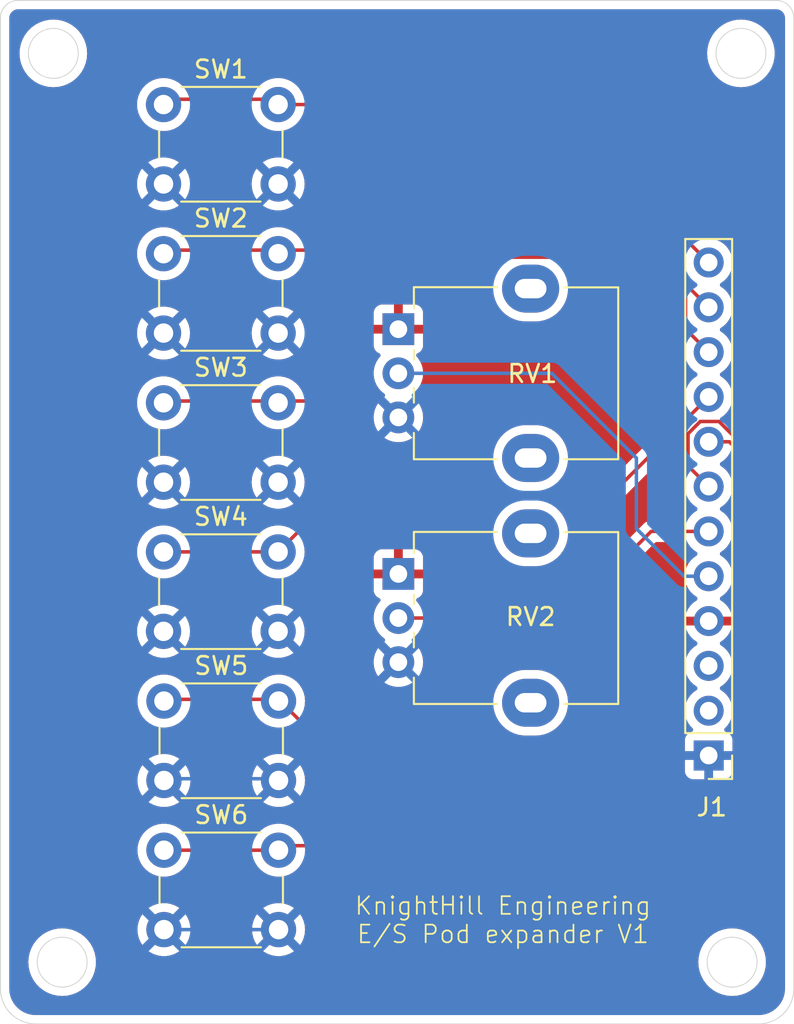
<source format=kicad_pcb>
(kicad_pcb (version 20221018) (generator pcbnew)
  (layers (0 "F.Cu" signal) (31 "B.Cu" signal) (34 "B.Paste" user) (35 "F.Paste" user) (36 "B.SilkS" user "B.Silkscreen") (37 "F.SilkS" user "F.Silkscreen") (38 "B.Mask" user) (39 "F.Mask" user) (44 "Edge.Cuts" user))
  (net 0 "")
  (net 1 "GND")
  (net 2 "/VIN")
  (net 3 "VDD")
  (net 4 "VDDA")
  (net 5 "/A1{slash}D16")
  (net 6 "/A7{slash}D22")
  (net 7 "/D12")
  (net 8 "/D11")
  (net 9 "/D10")
  (net 10 "/D9")
  (net 11 "/D8")
  (net 12 "/D7")
  (footprint "Potentiometer_THT:Potentiometer_Alpha_RD901F-40-00D_Single_Vertical" (layer "F.Cu") (at 82.57 72.5)
    (fp_text reference "RV2" (at 7.5 2.43 180) (layer "F.SilkS"))
    (fp_text value "10k")
    (fp_line (start 0.88 -2.38) (end 5.6 -2.38) (stroke (width 0.12)) (layer "F.SilkS"))
    (fp_line (start 0.88 -1.19) (end 0.88 -2.37) (stroke (width 0.12)) (layer "F.SilkS"))
    (fp_line (start 0.88 1.71) (end 0.88 1.18) (stroke (width 0.12)) (layer "F.SilkS"))
    (fp_line (start 0.88 4.16) (end 0.88 3.33) (stroke (width 0.12)) (layer "F.SilkS"))
    (fp_line (start 0.88 7.37) (end 0.88 5.88) (stroke (width 0.12)) (layer "F.SilkS"))
    (fp_line (start 0.88 7.37) (end 5.6 7.37) (stroke (width 0.12)) (layer "F.SilkS"))
    (fp_line (start 9.41 -2.37) (end 12.47 -2.37) (stroke (width 0.12)) (layer "F.SilkS"))
    (fp_line (start 9.41 7.37) (end 12.47 7.37) (stroke (width 0.12)) (layer "F.SilkS"))
    (fp_line (start 12.47 7.37) (end 12.47 -2.37) (stroke (width 0.12)) (layer "F.SilkS"))
    (pad "" thru_hole oval (at 7.5 -2.3 90) (size 2.72 3.24) (drill oval 1.1 1.8) (layers "*.Cu" "*.Mask"))
    (pad "" thru_hole oval (at 7.5 7.3 90) (size 2.72 3.24) (drill oval 1.1 1.8) (layers "*.Cu" "*.Mask"))
    (pad "1" thru_hole rect (at 0 0 90) (size 1.8 1.8) (drill 1) (layers "*.Cu" "*.Mask") (net 4 "VDDA"))
    (pad "2" thru_hole circle (at 0 2.5 90) (size 1.8 1.8) (drill 1) (layers "*.Cu" "*.Mask") (net 6 "/A7{slash}D22"))
    (pad "3" thru_hole circle (at 0 5 90) (size 1.8 1.8) (drill 1) (layers "*.Cu" "*.Mask") (net 1 "GND"))
  )
  (footprint "Button_Switch_THT:SW_PUSH_6mm" (layer "F.Cu") (at 69.25 54.351222)
    (fp_text reference "SW2" (at 3.25 -2) (layer "F.SilkS"))
    (fp_text value "SW_Push")
    (fp_line (start -0.25 1.5) (end -0.25 3) (stroke (width 0.12)) (layer "F.SilkS"))
    (fp_line (start 1 5.5) (end 5.5 5.5) (stroke (width 0.12)) (layer "F.SilkS"))
    (fp_line (start 5.5 -1) (end 1 -1) (stroke (width 0.12)) (layer "F.SilkS"))
    (fp_line (start 6.75 3) (end 6.75 1.5) (stroke (width 0.12)) (layer "F.SilkS"))
    (pad "1" thru_hole circle (at 0 0 90) (size 2 2) (drill 1.1) (layers "*.Cu" "*.Mask") (net 11 "/D8"))
    (pad "1" thru_hole circle (at 6.5 0 90) (size 2 2) (drill 1.1) (layers "*.Cu" "*.Mask") (net 11 "/D8"))
    (pad "2" thru_hole circle (at 0 4.5 90) (size 2 2) (drill 1.1) (layers "*.Cu" "*.Mask") (net 1 "GND"))
    (pad "2" thru_hole circle (at 6.5 4.5 90) (size 2 2) (drill 1.1) (layers "*.Cu" "*.Mask") (net 1 "GND"))
  )
  (footprint "Button_Switch_THT:SW_PUSH_6mm" (layer "F.Cu") (at 69.273315 88.156111)
    (fp_text reference "SW6" (at 3.25 -2) (layer "F.SilkS"))
    (fp_text value "SW_Push")
    (fp_line (start -0.25 1.5) (end -0.25 3) (stroke (width 0.12)) (layer "F.SilkS"))
    (fp_line (start 1 5.5) (end 5.5 5.5) (stroke (width 0.12)) (layer "F.SilkS"))
    (fp_line (start 5.5 -1) (end 1 -1) (stroke (width 0.12)) (layer "F.SilkS"))
    (fp_line (start 6.75 3) (end 6.75 1.5) (stroke (width 0.12)) (layer "F.SilkS"))
    (pad "1" thru_hole circle (at 0 0 90) (size 2 2) (drill 1.1) (layers "*.Cu" "*.Mask") (net 7 "/D12"))
    (pad "1" thru_hole circle (at 6.5 0 90) (size 2 2) (drill 1.1) (layers "*.Cu" "*.Mask") (net 7 "/D12"))
    (pad "2" thru_hole circle (at 0 4.5 90) (size 2 2) (drill 1.1) (layers "*.Cu" "*.Mask") (net 1 "GND"))
    (pad "2" thru_hole circle (at 6.5 4.5 90) (size 2 2) (drill 1.1) (layers "*.Cu" "*.Mask") (net 1 "GND"))
  )
  (footprint "Connector_PinHeader_2.54mm:PinHeader_1x12_P2.54mm_Vertical" (layer "F.Cu") (at 100.17 82.79 180)
    (fp_text reference "J1" (at -0.173895 -2.931512) (layer "F.SilkS"))
    (fp_text value "POD")
    (fp_line (start -1.33 -1.33) (end 0 -1.33) (stroke (width 0.12)) (layer "F.SilkS"))
    (fp_line (start -1.33 0) (end -1.33 -1.33) (stroke (width 0.12)) (layer "F.SilkS"))
    (fp_line (start -1.33 1.27) (end -1.33 29.27) (stroke (width 0.12)) (layer "F.SilkS"))
    (fp_line (start -1.33 1.27) (end 1.33 1.27) (stroke (width 0.12)) (layer "F.SilkS"))
    (fp_line (start -1.33 29.27) (end 1.33 29.27) (stroke (width 0.12)) (layer "F.SilkS"))
    (fp_line (start 1.33 1.27) (end 1.33 29.27) (stroke (width 0.12)) (layer "F.SilkS"))
    (pad "1" thru_hole rect (at 0 0 180) (size 1.7 1.7) (drill 1) (layers "*.Cu" "*.Mask") (net 1 "GND"))
    (pad "2" thru_hole oval (at 0 2.54 180) (size 1.7 1.7) (drill 1) (layers "*.Cu" "*.Mask") (net 2 "/VIN"))
    (pad "3" thru_hole oval (at 0 5.08 180) (size 1.7 1.7) (drill 1) (layers "*.Cu" "*.Mask") (net 3 "VDD"))
    (pad "4" thru_hole oval (at 0 7.62 180) (size 1.7 1.7) (drill 1) (layers "*.Cu" "*.Mask") (net 4 "VDDA"))
    (pad "5" thru_hole oval (at 0 10.16 180) (size 1.7 1.7) (drill 1) (layers "*.Cu" "*.Mask") (net 5 "/A1{slash}D16"))
    (pad "6" thru_hole oval (at 0 12.7 180) (size 1.7 1.7) (drill 1) (layers "*.Cu" "*.Mask") (net 6 "/A7{slash}D22"))
    (pad "7" thru_hole oval (at 0 15.24 180) (size 1.7 1.7) (drill 1) (layers "*.Cu" "*.Mask") (net 7 "/D12"))
    (pad "8" thru_hole oval (at 0 17.78 180) (size 1.7 1.7) (drill 1) (layers "*.Cu" "*.Mask") (net 8 "/D11"))
    (pad "9" thru_hole oval (at 0 20.32 180) (size 1.7 1.7) (drill 1) (layers "*.Cu" "*.Mask") (net 9 "/D10"))
    (pad "10" thru_hole oval (at 0 22.86 180) (size 1.7 1.7) (drill 1) (layers "*.Cu" "*.Mask") (net 10 "/D9"))
    (pad "11" thru_hole oval (at 0 25.4 180) (size 1.7 1.7) (drill 1) (layers "*.Cu" "*.Mask") (net 11 "/D8"))
    (pad "12" thru_hole oval (at 0 27.94 180) (size 1.7 1.7) (drill 1) (layers "*.Cu" "*.Mask") (net 12 "/D7"))
  )
  (footprint "Button_Switch_THT:SW_PUSH_6mm" (layer "F.Cu") (at 69.25 45.9)
    (fp_text reference "SW1" (at 3.25 -2) (layer "F.SilkS"))
    (fp_text value "SW_Push")
    (fp_line (start -0.25 1.5) (end -0.25 3) (stroke (width 0.12)) (layer "F.SilkS"))
    (fp_line (start 1 5.5) (end 5.5 5.5) (stroke (width 0.12)) (layer "F.SilkS"))
    (fp_line (start 5.5 -1) (end 1 -1) (stroke (width 0.12)) (layer "F.SilkS"))
    (fp_line (start 6.75 3) (end 6.75 1.5) (stroke (width 0.12)) (layer "F.SilkS"))
    (pad "1" thru_hole circle (at 0 0 90) (size 2 2) (drill 1.1) (layers "*.Cu" "*.Mask") (net 12 "/D7"))
    (pad "1" thru_hole circle (at 6.5 0 90) (size 2 2) (drill 1.1) (layers "*.Cu" "*.Mask") (net 12 "/D7"))
    (pad "2" thru_hole circle (at 0 4.5 90) (size 2 2) (drill 1.1) (layers "*.Cu" "*.Mask") (net 1 "GND"))
    (pad "2" thru_hole circle (at 6.5 4.5 90) (size 2 2) (drill 1.1) (layers "*.Cu" "*.Mask") (net 1 "GND"))
  )
  (footprint "Button_Switch_THT:SW_PUSH_6mm" (layer "F.Cu") (at 69.273315 79.704888)
    (fp_text reference "SW5" (at 3.25 -2) (layer "F.SilkS"))
    (fp_text value "SW_Push")
    (fp_line (start -0.25 1.5) (end -0.25 3) (stroke (width 0.12)) (layer "F.SilkS"))
    (fp_line (start 1 5.5) (end 5.5 5.5) (stroke (width 0.12)) (layer "F.SilkS"))
    (fp_line (start 5.5 -1) (end 1 -1) (stroke (width 0.12)) (layer "F.SilkS"))
    (fp_line (start 6.75 3) (end 6.75 1.5) (stroke (width 0.12)) (layer "F.SilkS"))
    (pad "1" thru_hole circle (at 0 0 90) (size 2 2) (drill 1.1) (layers "*.Cu" "*.Mask") (net 8 "/D11"))
    (pad "1" thru_hole circle (at 6.5 0 90) (size 2 2) (drill 1.1) (layers "*.Cu" "*.Mask") (net 8 "/D11"))
    (pad "2" thru_hole circle (at 0 4.5 90) (size 2 2) (drill 1.1) (layers "*.Cu" "*.Mask") (net 1 "GND"))
    (pad "2" thru_hole circle (at 6.5 4.5 90) (size 2 2) (drill 1.1) (layers "*.Cu" "*.Mask") (net 1 "GND"))
  )
  (footprint "Button_Switch_THT:SW_PUSH_6mm" (layer "F.Cu") (at 69.25 62.802444)
    (fp_text reference "SW3" (at 3.25 -2) (layer "F.SilkS"))
    (fp_text value "SW_Push")
    (fp_line (start -0.25 1.5) (end -0.25 3) (stroke (width 0.12)) (layer "F.SilkS"))
    (fp_line (start 1 5.5) (end 5.5 5.5) (stroke (width 0.12)) (layer "F.SilkS"))
    (fp_line (start 5.5 -1) (end 1 -1) (stroke (width 0.12)) (layer "F.SilkS"))
    (fp_line (start 6.75 3) (end 6.75 1.5) (stroke (width 0.12)) (layer "F.SilkS"))
    (pad "1" thru_hole circle (at 0 0 90) (size 2 2) (drill 1.1) (layers "*.Cu" "*.Mask") (net 10 "/D9"))
    (pad "1" thru_hole circle (at 6.5 0 90) (size 2 2) (drill 1.1) (layers "*.Cu" "*.Mask") (net 10 "/D9"))
    (pad "2" thru_hole circle (at 0 4.5 90) (size 2 2) (drill 1.1) (layers "*.Cu" "*.Mask") (net 1 "GND"))
    (pad "2" thru_hole circle (at 6.5 4.5 90) (size 2 2) (drill 1.1) (layers "*.Cu" "*.Mask") (net 1 "GND"))
  )
  (footprint "Potentiometer_THT:Potentiometer_Alpha_RD901F-40-00D_Single_Vertical" (layer "F.Cu") (at 82.57 58.63)
    (fp_text reference "RV1" (at 7.601907 2.525407 180) (layer "F.SilkS"))
    (fp_text value "10k")
    (fp_line (start 0.88 -2.38) (end 5.6 -2.38) (stroke (width 0.12)) (layer "F.SilkS"))
    (fp_line (start 0.88 -1.19) (end 0.88 -2.37) (stroke (width 0.12)) (layer "F.SilkS"))
    (fp_line (start 0.88 1.71) (end 0.88 1.18) (stroke (width 0.12)) (layer "F.SilkS"))
    (fp_line (start 0.88 4.16) (end 0.88 3.33) (stroke (width 0.12)) (layer "F.SilkS"))
    (fp_line (start 0.88 7.37) (end 0.88 5.88) (stroke (width 0.12)) (layer "F.SilkS"))
    (fp_line (start 0.88 7.37) (end 5.6 7.37) (stroke (width 0.12)) (layer "F.SilkS"))
    (fp_line (start 9.41 -2.37) (end 12.47 -2.37) (stroke (width 0.12)) (layer "F.SilkS"))
    (fp_line (start 9.41 7.37) (end 12.47 7.37) (stroke (width 0.12)) (layer "F.SilkS"))
    (fp_line (start 12.47 7.37) (end 12.47 -2.37) (stroke (width 0.12)) (layer "F.SilkS"))
    (pad "" thru_hole oval (at 7.5 -2.3 90) (size 2.72 3.24) (drill oval 1.1 1.8) (layers "*.Cu" "*.Mask"))
    (pad "" thru_hole oval (at 7.5 7.3 90) (size 2.72 3.24) (drill oval 1.1 1.8) (layers "*.Cu" "*.Mask"))
    (pad "1" thru_hole rect (at 0 0 90) (size 1.8 1.8) (drill 1) (layers "*.Cu" "*.Mask") (net 4 "VDDA"))
    (pad "2" thru_hole circle (at 0 2.5 90) (size 1.8 1.8) (drill 1) (layers "*.Cu" "*.Mask") (net 5 "/A1{slash}D16"))
    (pad "3" thru_hole circle (at 0 5 90) (size 1.8 1.8) (drill 1) (layers "*.Cu" "*.Mask") (net 1 "GND"))
  )
  (footprint "Button_Switch_THT:SW_PUSH_6mm" (layer "F.Cu") (at 69.25 71.253666)
    (fp_text reference "SW4" (at 3.25 -2) (layer "F.SilkS"))
    (fp_text value "SW_Push")
    (fp_line (start -0.25 1.5) (end -0.25 3) (stroke (width 0.12)) (layer "F.SilkS"))
    (fp_line (start 1 5.5) (end 5.5 5.5) (stroke (width 0.12)) (layer "F.SilkS"))
    (fp_line (start 5.5 -1) (end 1 -1) (stroke (width 0.12)) (layer "F.SilkS"))
    (fp_line (start 6.75 3) (end 6.75 1.5) (stroke (width 0.12)) (layer "F.SilkS"))
    (pad "1" thru_hole circle (at 0 0 90) (size 2 2) (drill 1.1) (layers "*.Cu" "*.Mask") (net 9 "/D10"))
    (pad "1" thru_hole circle (at 6.5 0 90) (size 2 2) (drill 1.1) (layers "*.Cu" "*.Mask") (net 9 "/D10"))
    (pad "2" thru_hole circle (at 0 4.5 90) (size 2 2) (drill 1.1) (layers "*.Cu" "*.Mask") (net 1 "GND"))
    (pad "2" thru_hole circle (at 6.5 4.5 90) (size 2 2) (drill 1.1) (layers "*.Cu" "*.Mask") (net 1 "GND"))
  )
  (gr_circle (center 63.5 94.5) (end 64.5 95.5) (stroke (width 0.05)) (fill none) (layer "Edge.Cuts"))
  (gr_line (start 60 41) (end 60 96) (stroke (width 0.05)) (layer "Edge.Cuts"))
  (gr_line (start 62 98) (end 103 98) (stroke (width 0.05)) (layer "Edge.Cuts"))
  (gr_line (start 105 41) (end 105 96) (stroke (width 0.05)) (layer "Edge.Cuts"))
  (gr_arc (start 62 98) (mid 60.585786 97.414214) (end 60 96) (stroke (width 0.05)) (layer "Edge.Cuts"))
  (gr_arc (start 60 41) (mid 60.292893 40.292893) (end 61 40) (stroke (width 0.05)) (layer "Edge.Cuts"))
  (gr_circle (center 102 43) (end 103 44) (stroke (width 0.05)) (fill none) (layer "Edge.Cuts"))
  (gr_arc (start 105 96) (mid 104.414214 97.414214) (end 103 98) (stroke (width 0.05)) (layer "Edge.Cuts"))
  (gr_circle (center 101.5 94.5) (end 102.5 95.5) (stroke (width 0.05)) (fill none) (layer "Edge.Cuts"))
  (gr_line (start 61 40) (end 104 40) (stroke (width 0.05)) (layer "Edge.Cuts"))
  (gr_circle (center 63 43) (end 64 44) (stroke (width 0.05)) (fill none) (layer "Edge.Cuts"))
  (gr_arc (start 104 40) (mid 104.707107 40.292893) (end 105 41) (stroke (width 0.05)) (layer "Edge.Cuts"))
  (gr_text "KnightHill Engineering\nE/S Pod expander V1\n" (at 88.5 93.5) (layer "F.SilkS") (effects (font (size 1 1) (thickness 0.1)) (justify bottom)))
  (segment (start 69.273315 84.106111) (end 75.773315 84.106111) (width 0.2) (layer "B.Cu") (net 1))
  (segment (start 69.273315 92.656111) (end 75.773315 92.656111) (width 0.2) (layer "B.Cu") (net 1))
  (segment (start 96.07 69.93) (end 98.77 72.63) (width 0.2) (layer "B.Cu") (net 5))
  (segment (start 82.57 61.13) (end 91.27 61.13) (width 0.2) (layer "B.Cu") (net 5))
  (segment (start 96.07 65.93) (end 96.07 69.93) (width 0.2) (layer "B.Cu") (net 5))
  (segment (start 91.27 61.13) (end 96.07 65.93) (width 0.2) (layer "B.Cu") (net 5))
  (segment (start 98.77 72.63) (end 100.17 72.63) (width 0.2) (layer "B.Cu") (net 5))
  (segment (start 100.17 70.09) (end 96.91 70.09) (width 0.2) (layer "F.Cu") (net 6))
  (segment (start 96.91 70.09) (end 92 75) (width 0.2) (layer "F.Cu") (net 6))
  (segment (start 92 75) (end 82.57 75) (width 0.2) (layer "F.Cu") (net 6))
  (segment (start 99 66.38) (end 100.17 67.55) (width 0.2) (layer "F.Cu") (net 7))
  (segment (start 99.693654 63.86) (end 99 64.553654) (width 0.2) (layer "F.Cu") (net 7))
  (segment (start 99 64.553654) (end 99 66.38) (width 0.2) (layer "F.Cu") (net 7))
  (segment (start 103 66.104314) (end 100.755686 63.86) (width 0.2) (layer "F.Cu") (net 7))
  (segment (start 100.755686 63.86) (end 99.693654 63.86) (width 0.2) (layer "F.Cu") (net 7))
  (segment (start 69.273315 88.156111) (end 75.773315 88.156111) (width 0.2) (layer "F.Cu") (net 7))
  (segment (start 99.915686 87.9) (end 103 84.815686) (width 0.2) (layer "F.Cu") (net 7))
  (segment (start 75.773315 88.156111) (end 75.517204 87.9) (width 0.2) (layer "F.Cu") (net 7))
  (segment (start 103 84.815686) (end 103 66.104314) (width 0.2) (layer "F.Cu") (net 7))
  (segment (start 75.517204 87.9) (end 99.915686 87.9) (width 0.2) (layer "F.Cu") (net 7))
  (segment (start 75.773315 79.606111) (end 83.667204 87.5) (width 0.2) (layer "F.Cu") (net 8))
  (segment (start 69.273315 79.606111) (end 75.773315 79.606111) (width 0.2) (layer "F.Cu") (net 8))
  (segment (start 102.5 66.17) (end 101.34 65.01) (width 0.2) (layer "F.Cu") (net 8))
  (segment (start 83.667204 87.5) (end 99.75 87.5) (width 0.2) (layer "F.Cu") (net 8))
  (segment (start 99.75 87.5) (end 102.5 84.75) (width 0.2) (layer "F.Cu") (net 8))
  (segment (start 101.34 65.01) (end 100.17 65.01) (width 0.2) (layer "F.Cu") (net 8))
  (segment (start 102.5 84.75) (end 102.5 66.17) (width 0.2) (layer "F.Cu") (net 8))
  (segment (start 94.64 68) (end 100.17 62.47) (width 0.2) (layer "F.Cu") (net 9))
  (segment (start 75.75 71.25) (end 79 68) (width 0.2) (layer "F.Cu") (net 9))
  (segment (start 79 68) (end 94.64 68) (width 0.2) (layer "F.Cu") (net 9))
  (segment (start 69.25 71.25) (end 75.75 71.25) (width 0.2) (layer "F.Cu") (net 9))
  (segment (start 69.25 62.7) (end 75.75 62.7) (width 0.2) (layer "F.Cu") (net 10))
  (segment (start 77.8 62.7) (end 78 62.5) (width 0.2) (layer "F.Cu") (net 10))
  (segment (start 98.857157 58.617157) (end 100.17 59.93) (width 0.2) (layer "F.Cu") (net 10))
  (segment (start 80.95 54.55) (end 96.764314 54.55) (width 0.2) (layer "F.Cu") (net 10))
  (segment (start 78 57.5) (end 80.95 54.55) (width 0.2) (layer "F.Cu") (net 10))
  (segment (start 98.857157 56.642843) (end 98.857157 58.617157) (width 0.2) (layer "F.Cu") (net 10))
  (segment (start 75.75 62.7) (end 76.02 62.43) (width 0.2) (layer "F.Cu") (net 10))
  (segment (start 96.764314 54.55) (end 98.857157 56.642843) (width 0.2) (layer "F.Cu") (net 10))
  (segment (start 75.75 62.7) (end 77.8 62.7) (width 0.2) (layer "F.Cu") (net 10))
  (segment (start 78 62.5) (end 78 57.5) (width 0.2) (layer "F.Cu") (net 10))
  (segment (start 75.75 54.15) (end 96.93 54.15) (width 0.2) (layer "F.Cu") (net 11))
  (segment (start 69.25 54.15) (end 75.75 54.15) (width 0.2) (layer "F.Cu") (net 11))
  (segment (start 96.93 54.15) (end 100.17 57.39) (width 0.2) (layer "F.Cu") (net 11))
  (segment (start 69.25 45.6) (end 75.75 45.6) (width 0.2) (layer "F.Cu") (net 12))
  (segment (start 91.22 45.9) (end 100.17 54.85) (width 0.2) (layer "F.Cu") (net 12))
  (segment (start 75.75 45.9) (end 91.22 45.9) (width 0.2) (layer "F.Cu") (net 12))
  (zone (net 4) (net_name "VDDA") (layer "F.Cu") (priority 1) (connect_pads (clearance 0.5)) (min_thickness 0.25) (fill yes (thermal_gap 0.5) (thermal_bridge_width 0.5) (island_removal_mode 1) (island_area_min 10))
    (polygon (pts (xy 60 40) (xy 60 98) (xy 105 98) (xy 105 40)))
  )
  (zone (net 1) (net_name "GND") (layer "B.Cu") (connect_pads (clearance 0.5)) (min_thickness 0.25) (fill yes (thermal_gap 0.5) (thermal_bridge_width 0.5))
    (polygon (pts (xy 60 40) (xy 60 98) (xy 105 98) (xy 105 40)))
  )
)
</source>
